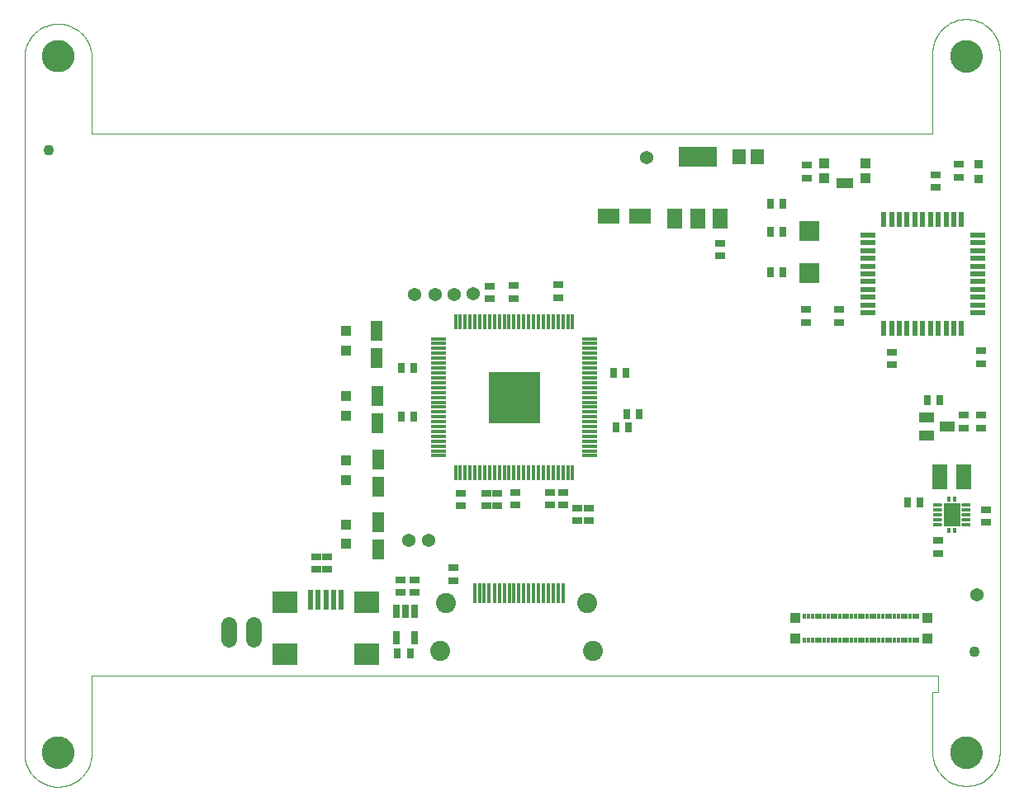
<source format=gts>
G75*
G70*
%OFA0B0*%
%FSLAX24Y24*%
%IPPOS*%
%LPD*%
%AMOC8*
5,1,8,0,0,1.08239X$1,22.5*
%
%ADD10C,0.0000*%
%ADD11C,0.1300*%
%ADD12R,0.0118X0.0236*%
%ADD13R,0.0669X0.0965*%
%ADD14R,0.0299X0.0138*%
%ADD15C,0.0138*%
%ADD16R,0.0591X0.0985*%
%ADD17R,0.0316X0.0394*%
%ADD18R,0.0394X0.0316*%
%ADD19R,0.0591X0.0434*%
%ADD20R,0.0620X0.0150*%
%ADD21R,0.0150X0.0620*%
%ADD22R,0.2090X0.2090*%
%ADD23R,0.0434X0.0434*%
%ADD24R,0.0512X0.0827*%
%ADD25R,0.0131X0.0237*%
%ADD26R,0.0394X0.0402*%
%ADD27R,0.0631X0.0827*%
%ADD28R,0.1536X0.0827*%
%ADD29R,0.0552X0.0631*%
%ADD30R,0.0158X0.0788*%
%ADD31C,0.0808*%
%ADD32C,0.0434*%
%ADD33R,0.0240X0.0620*%
%ADD34R,0.0620X0.0240*%
%ADD35R,0.0840X0.0840*%
%ADD36R,0.0355X0.0355*%
%ADD37C,0.0540*%
%ADD38R,0.1024X0.0906*%
%ADD39R,0.0237X0.0827*%
%ADD40R,0.0709X0.0434*%
%ADD41C,0.0640*%
%ADD42R,0.0906X0.0591*%
%ADD43R,0.0260X0.0560*%
D10*
X000504Y001489D02*
X000504Y029619D01*
X001232Y029639D02*
X001234Y029689D01*
X001240Y029739D01*
X001250Y029788D01*
X001264Y029836D01*
X001281Y029883D01*
X001302Y029928D01*
X001327Y029972D01*
X001355Y030013D01*
X001387Y030052D01*
X001421Y030089D01*
X001458Y030123D01*
X001498Y030153D01*
X001540Y030180D01*
X001584Y030204D01*
X001630Y030225D01*
X001677Y030241D01*
X001725Y030254D01*
X001775Y030263D01*
X001824Y030268D01*
X001875Y030269D01*
X001925Y030266D01*
X001974Y030259D01*
X002023Y030248D01*
X002071Y030233D01*
X002117Y030215D01*
X002162Y030193D01*
X002205Y030167D01*
X002246Y030138D01*
X002285Y030106D01*
X002321Y030071D01*
X002353Y030033D01*
X002383Y029993D01*
X002410Y029950D01*
X002433Y029906D01*
X002452Y029860D01*
X002468Y029812D01*
X002480Y029763D01*
X002488Y029714D01*
X002492Y029664D01*
X002492Y029614D01*
X002488Y029564D01*
X002480Y029515D01*
X002468Y029466D01*
X002452Y029418D01*
X002433Y029372D01*
X002410Y029328D01*
X002383Y029285D01*
X002353Y029245D01*
X002321Y029207D01*
X002285Y029172D01*
X002246Y029140D01*
X002205Y029111D01*
X002162Y029085D01*
X002117Y029063D01*
X002071Y029045D01*
X002023Y029030D01*
X001974Y029019D01*
X001925Y029012D01*
X001875Y029009D01*
X001824Y029010D01*
X001775Y029015D01*
X001725Y029024D01*
X001677Y029037D01*
X001630Y029053D01*
X001584Y029074D01*
X001540Y029098D01*
X001498Y029125D01*
X001458Y029155D01*
X001421Y029189D01*
X001387Y029226D01*
X001355Y029265D01*
X001327Y029306D01*
X001302Y029350D01*
X001281Y029395D01*
X001264Y029442D01*
X001250Y029490D01*
X001240Y029539D01*
X001234Y029589D01*
X001232Y029639D01*
X000504Y029619D02*
X000508Y029691D01*
X000517Y029763D01*
X000529Y029835D01*
X000545Y029905D01*
X000565Y029975D01*
X000588Y030043D01*
X000615Y030110D01*
X000646Y030176D01*
X000680Y030240D01*
X000717Y030302D01*
X000757Y030362D01*
X000801Y030419D01*
X000848Y030475D01*
X000897Y030527D01*
X000950Y030577D01*
X001005Y030624D01*
X001062Y030669D01*
X001122Y030710D01*
X001183Y030747D01*
X001247Y030782D01*
X001312Y030813D01*
X001379Y030840D01*
X001448Y030864D01*
X001517Y030884D01*
X001587Y030901D01*
X001659Y030914D01*
X001731Y030923D01*
X001803Y030928D01*
X001875Y030929D01*
X001947Y030926D01*
X002019Y030920D01*
X002091Y030910D01*
X002162Y030895D01*
X002232Y030878D01*
X002301Y030856D01*
X002369Y030831D01*
X002435Y030802D01*
X002500Y030770D01*
X002563Y030734D01*
X002624Y030695D01*
X002683Y030653D01*
X002739Y030608D01*
X002793Y030560D01*
X002845Y030509D01*
X002893Y030455D01*
X002939Y030399D01*
X002982Y030340D01*
X003021Y030280D01*
X003057Y030217D01*
X003090Y030153D01*
X003119Y030086D01*
X003145Y030019D01*
X003167Y029950D01*
X003185Y029880D01*
X003200Y029809D01*
X003211Y029737D01*
X003218Y029665D01*
X003221Y029593D01*
X003220Y029521D01*
X003220Y026489D01*
X037157Y026489D01*
X037157Y029757D01*
X037158Y029757D02*
X037160Y029829D01*
X037166Y029901D01*
X037175Y029973D01*
X037189Y030044D01*
X037206Y030114D01*
X037227Y030184D01*
X037251Y030252D01*
X037279Y030318D01*
X037311Y030383D01*
X037346Y030446D01*
X037384Y030508D01*
X037426Y030567D01*
X037471Y030624D01*
X037518Y030678D01*
X037569Y030730D01*
X037622Y030779D01*
X037677Y030825D01*
X037735Y030868D01*
X037796Y030908D01*
X037858Y030945D01*
X037922Y030978D01*
X037988Y031008D01*
X038055Y031034D01*
X038124Y031057D01*
X038194Y031076D01*
X038264Y031091D01*
X038336Y031103D01*
X038408Y031111D01*
X038480Y031115D01*
X038552Y031115D01*
X038624Y031111D01*
X038696Y031103D01*
X038768Y031091D01*
X038838Y031076D01*
X038908Y031057D01*
X038977Y031034D01*
X039044Y031008D01*
X039110Y030978D01*
X039174Y030945D01*
X039236Y030908D01*
X039297Y030868D01*
X039355Y030825D01*
X039410Y030779D01*
X039463Y030730D01*
X039514Y030678D01*
X039561Y030624D01*
X039606Y030567D01*
X039648Y030508D01*
X039686Y030446D01*
X039721Y030383D01*
X039753Y030318D01*
X039781Y030252D01*
X039805Y030184D01*
X039826Y030114D01*
X039843Y030044D01*
X039857Y029973D01*
X039866Y029901D01*
X039872Y029829D01*
X039874Y029757D01*
X039874Y001489D01*
X039872Y001417D01*
X039866Y001345D01*
X039857Y001273D01*
X039843Y001202D01*
X039826Y001132D01*
X039805Y001062D01*
X039781Y000994D01*
X039753Y000928D01*
X039721Y000863D01*
X039686Y000800D01*
X039648Y000738D01*
X039606Y000679D01*
X039561Y000622D01*
X039514Y000568D01*
X039463Y000516D01*
X039410Y000467D01*
X039355Y000421D01*
X039297Y000378D01*
X039236Y000338D01*
X039174Y000301D01*
X039110Y000268D01*
X039044Y000238D01*
X038977Y000212D01*
X038908Y000189D01*
X038838Y000170D01*
X038768Y000155D01*
X038696Y000143D01*
X038624Y000135D01*
X038552Y000131D01*
X038480Y000131D01*
X038408Y000135D01*
X038336Y000143D01*
X038264Y000155D01*
X038194Y000170D01*
X038124Y000189D01*
X038055Y000212D01*
X037988Y000238D01*
X037922Y000268D01*
X037858Y000301D01*
X037796Y000338D01*
X037735Y000378D01*
X037677Y000421D01*
X037622Y000467D01*
X037569Y000516D01*
X037518Y000568D01*
X037471Y000622D01*
X037426Y000679D01*
X037384Y000738D01*
X037346Y000800D01*
X037311Y000863D01*
X037279Y000928D01*
X037251Y000994D01*
X037227Y001062D01*
X037206Y001132D01*
X037189Y001202D01*
X037175Y001273D01*
X037166Y001345D01*
X037160Y001417D01*
X037158Y001489D01*
X037157Y001489D02*
X037157Y003911D01*
X037394Y003911D01*
X037394Y004600D01*
X003220Y004600D01*
X003220Y001430D01*
X003221Y001430D02*
X003217Y001358D01*
X003210Y001286D01*
X003199Y001215D01*
X003184Y001144D01*
X003165Y001074D01*
X003143Y001005D01*
X003117Y000938D01*
X003087Y000872D01*
X003054Y000807D01*
X003018Y000745D01*
X002978Y000684D01*
X002935Y000626D01*
X002889Y000570D01*
X002840Y000517D01*
X002789Y000466D01*
X002734Y000418D01*
X002678Y000373D01*
X002619Y000331D01*
X002558Y000293D01*
X002495Y000257D01*
X002430Y000225D01*
X002363Y000197D01*
X002295Y000172D01*
X002226Y000151D01*
X002156Y000133D01*
X002085Y000119D01*
X002013Y000109D01*
X001941Y000103D01*
X001869Y000101D01*
X001796Y000103D01*
X001724Y000108D01*
X001652Y000117D01*
X001581Y000130D01*
X001511Y000147D01*
X001441Y000168D01*
X001373Y000192D01*
X001307Y000220D01*
X001241Y000251D01*
X001178Y000286D01*
X001116Y000324D01*
X001057Y000365D01*
X001000Y000410D01*
X000945Y000457D01*
X000893Y000507D01*
X000844Y000560D01*
X000797Y000616D01*
X000754Y000673D01*
X000713Y000734D01*
X000676Y000796D01*
X000643Y000860D01*
X000613Y000925D01*
X000586Y000993D01*
X000563Y001061D01*
X000543Y001131D01*
X000528Y001202D01*
X000516Y001273D01*
X000508Y001345D01*
X000504Y001417D01*
X000503Y001490D01*
X001232Y001489D02*
X001234Y001539D01*
X001240Y001589D01*
X001250Y001638D01*
X001264Y001686D01*
X001281Y001733D01*
X001302Y001778D01*
X001327Y001822D01*
X001355Y001863D01*
X001387Y001902D01*
X001421Y001939D01*
X001458Y001973D01*
X001498Y002003D01*
X001540Y002030D01*
X001584Y002054D01*
X001630Y002075D01*
X001677Y002091D01*
X001725Y002104D01*
X001775Y002113D01*
X001824Y002118D01*
X001875Y002119D01*
X001925Y002116D01*
X001974Y002109D01*
X002023Y002098D01*
X002071Y002083D01*
X002117Y002065D01*
X002162Y002043D01*
X002205Y002017D01*
X002246Y001988D01*
X002285Y001956D01*
X002321Y001921D01*
X002353Y001883D01*
X002383Y001843D01*
X002410Y001800D01*
X002433Y001756D01*
X002452Y001710D01*
X002468Y001662D01*
X002480Y001613D01*
X002488Y001564D01*
X002492Y001514D01*
X002492Y001464D01*
X002488Y001414D01*
X002480Y001365D01*
X002468Y001316D01*
X002452Y001268D01*
X002433Y001222D01*
X002410Y001178D01*
X002383Y001135D01*
X002353Y001095D01*
X002321Y001057D01*
X002285Y001022D01*
X002246Y000990D01*
X002205Y000961D01*
X002162Y000935D01*
X002117Y000913D01*
X002071Y000895D01*
X002023Y000880D01*
X001974Y000869D01*
X001925Y000862D01*
X001875Y000859D01*
X001824Y000860D01*
X001775Y000865D01*
X001725Y000874D01*
X001677Y000887D01*
X001630Y000903D01*
X001584Y000924D01*
X001540Y000948D01*
X001498Y000975D01*
X001458Y001005D01*
X001421Y001039D01*
X001387Y001076D01*
X001355Y001115D01*
X001327Y001156D01*
X001302Y001200D01*
X001281Y001245D01*
X001264Y001292D01*
X001250Y001340D01*
X001240Y001389D01*
X001234Y001439D01*
X001232Y001489D01*
X037886Y001489D02*
X037888Y001539D01*
X037894Y001589D01*
X037904Y001638D01*
X037918Y001686D01*
X037935Y001733D01*
X037956Y001778D01*
X037981Y001822D01*
X038009Y001863D01*
X038041Y001902D01*
X038075Y001939D01*
X038112Y001973D01*
X038152Y002003D01*
X038194Y002030D01*
X038238Y002054D01*
X038284Y002075D01*
X038331Y002091D01*
X038379Y002104D01*
X038429Y002113D01*
X038478Y002118D01*
X038529Y002119D01*
X038579Y002116D01*
X038628Y002109D01*
X038677Y002098D01*
X038725Y002083D01*
X038771Y002065D01*
X038816Y002043D01*
X038859Y002017D01*
X038900Y001988D01*
X038939Y001956D01*
X038975Y001921D01*
X039007Y001883D01*
X039037Y001843D01*
X039064Y001800D01*
X039087Y001756D01*
X039106Y001710D01*
X039122Y001662D01*
X039134Y001613D01*
X039142Y001564D01*
X039146Y001514D01*
X039146Y001464D01*
X039142Y001414D01*
X039134Y001365D01*
X039122Y001316D01*
X039106Y001268D01*
X039087Y001222D01*
X039064Y001178D01*
X039037Y001135D01*
X039007Y001095D01*
X038975Y001057D01*
X038939Y001022D01*
X038900Y000990D01*
X038859Y000961D01*
X038816Y000935D01*
X038771Y000913D01*
X038725Y000895D01*
X038677Y000880D01*
X038628Y000869D01*
X038579Y000862D01*
X038529Y000859D01*
X038478Y000860D01*
X038429Y000865D01*
X038379Y000874D01*
X038331Y000887D01*
X038284Y000903D01*
X038238Y000924D01*
X038194Y000948D01*
X038152Y000975D01*
X038112Y001005D01*
X038075Y001039D01*
X038041Y001076D01*
X038009Y001115D01*
X037981Y001156D01*
X037956Y001200D01*
X037935Y001245D01*
X037918Y001292D01*
X037904Y001340D01*
X037894Y001389D01*
X037888Y001439D01*
X037886Y001489D01*
X037886Y029619D02*
X037888Y029669D01*
X037894Y029719D01*
X037904Y029768D01*
X037918Y029816D01*
X037935Y029863D01*
X037956Y029908D01*
X037981Y029952D01*
X038009Y029993D01*
X038041Y030032D01*
X038075Y030069D01*
X038112Y030103D01*
X038152Y030133D01*
X038194Y030160D01*
X038238Y030184D01*
X038284Y030205D01*
X038331Y030221D01*
X038379Y030234D01*
X038429Y030243D01*
X038478Y030248D01*
X038529Y030249D01*
X038579Y030246D01*
X038628Y030239D01*
X038677Y030228D01*
X038725Y030213D01*
X038771Y030195D01*
X038816Y030173D01*
X038859Y030147D01*
X038900Y030118D01*
X038939Y030086D01*
X038975Y030051D01*
X039007Y030013D01*
X039037Y029973D01*
X039064Y029930D01*
X039087Y029886D01*
X039106Y029840D01*
X039122Y029792D01*
X039134Y029743D01*
X039142Y029694D01*
X039146Y029644D01*
X039146Y029594D01*
X039142Y029544D01*
X039134Y029495D01*
X039122Y029446D01*
X039106Y029398D01*
X039087Y029352D01*
X039064Y029308D01*
X039037Y029265D01*
X039007Y029225D01*
X038975Y029187D01*
X038939Y029152D01*
X038900Y029120D01*
X038859Y029091D01*
X038816Y029065D01*
X038771Y029043D01*
X038725Y029025D01*
X038677Y029010D01*
X038628Y028999D01*
X038579Y028992D01*
X038529Y028989D01*
X038478Y028990D01*
X038429Y028995D01*
X038379Y029004D01*
X038331Y029017D01*
X038284Y029033D01*
X038238Y029054D01*
X038194Y029078D01*
X038152Y029105D01*
X038112Y029135D01*
X038075Y029169D01*
X038041Y029206D01*
X038009Y029245D01*
X037981Y029286D01*
X037956Y029330D01*
X037935Y029375D01*
X037918Y029422D01*
X037904Y029470D01*
X037894Y029519D01*
X037888Y029569D01*
X037886Y029619D01*
D11*
X038516Y029619D03*
X001862Y029639D03*
X001862Y001489D03*
X038516Y001489D03*
D12*
X038044Y010459D03*
X037827Y010459D03*
X037827Y011738D03*
X038044Y011738D03*
D13*
X037936Y011098D03*
D14*
X038544Y011098D03*
X038544Y010902D03*
X038544Y010705D03*
X038544Y011295D03*
X038544Y011492D03*
X037327Y011492D03*
X037327Y011295D03*
X037327Y011098D03*
X037327Y010902D03*
X037327Y010705D03*
D15*
X037477Y010705D03*
X037477Y010902D03*
X037477Y011098D03*
X037477Y011295D03*
X037477Y011492D03*
X038394Y011492D03*
X038394Y011295D03*
X038394Y011098D03*
X038394Y010902D03*
X038394Y010705D03*
D16*
X038408Y012614D03*
X037463Y012614D03*
D17*
X036668Y011597D03*
X036156Y011597D03*
X036941Y015722D03*
X037453Y015722D03*
X031114Y020879D03*
X030602Y020879D03*
X030602Y022533D03*
X031114Y022533D03*
X031114Y023674D03*
X030602Y023674D03*
X024795Y016824D03*
X024283Y016824D03*
X024815Y015170D03*
X025327Y015170D03*
X024894Y014619D03*
X024382Y014619D03*
X016232Y015052D03*
X015720Y015052D03*
X015720Y017021D03*
X016232Y017021D03*
X016075Y005485D03*
X015563Y005485D03*
D18*
X015681Y007946D03*
X016252Y007946D03*
X016252Y008458D03*
X015681Y008458D03*
X017827Y008438D03*
X017827Y008950D03*
X018122Y011450D03*
X018122Y011962D03*
X019146Y011962D03*
X019598Y011962D03*
X019598Y011450D03*
X019146Y011450D03*
X020327Y011489D03*
X020327Y012001D03*
X021724Y012001D03*
X021724Y011489D03*
X022236Y011489D03*
X022807Y011371D03*
X023299Y011371D03*
X023299Y010859D03*
X022807Y010859D03*
X022236Y012001D03*
X012709Y009403D03*
X012276Y009403D03*
X012276Y008891D03*
X012709Y008891D03*
X019283Y019816D03*
X019283Y020328D03*
X020268Y020348D03*
X020268Y019836D03*
X022039Y019875D03*
X022039Y020387D03*
X028575Y021548D03*
X028575Y022060D03*
X032039Y019383D03*
X032039Y018871D03*
X033378Y018871D03*
X033378Y019383D03*
X035504Y017670D03*
X035504Y017159D03*
X038417Y015111D03*
X038417Y014600D03*
X039126Y014600D03*
X039126Y015111D03*
X039126Y017198D03*
X039126Y017710D03*
X039333Y011295D03*
X039333Y010783D03*
X037371Y010043D03*
X037371Y009531D03*
X037276Y024324D03*
X037276Y024836D03*
X038220Y024737D03*
X038220Y025249D03*
X032098Y025210D03*
X032098Y024698D03*
D19*
X036902Y015033D03*
X036902Y014285D03*
X037768Y014659D03*
D20*
X023308Y014660D03*
X023308Y014860D03*
X023308Y015050D03*
X023308Y015250D03*
X023308Y015450D03*
X023308Y015640D03*
X023308Y015840D03*
X023308Y016040D03*
X023308Y016230D03*
X023308Y016430D03*
X023308Y016630D03*
X023308Y016820D03*
X023308Y017020D03*
X023308Y017220D03*
X023308Y017410D03*
X023308Y017610D03*
X023308Y017810D03*
X023308Y018010D03*
X023308Y018200D03*
X023308Y014460D03*
X023308Y014270D03*
X023308Y014070D03*
X023308Y013870D03*
X023308Y013670D03*
X023308Y013480D03*
X017228Y013480D03*
X017228Y013670D03*
X017228Y013870D03*
X017228Y014070D03*
X017228Y014270D03*
X017228Y014460D03*
X017228Y014660D03*
X017228Y014860D03*
X017228Y015050D03*
X017228Y015250D03*
X017228Y015450D03*
X017228Y015640D03*
X017228Y015840D03*
X017228Y016040D03*
X017228Y016230D03*
X017228Y016430D03*
X017228Y016630D03*
X017228Y016820D03*
X017228Y017020D03*
X017228Y017220D03*
X017228Y017410D03*
X017228Y017610D03*
X017228Y017810D03*
X017228Y018010D03*
X017228Y018200D03*
D21*
X017908Y018880D03*
X018098Y018880D03*
X018298Y018880D03*
X018498Y018880D03*
X018698Y018880D03*
X018888Y018880D03*
X019088Y018880D03*
X019288Y018880D03*
X019478Y018880D03*
X019678Y018880D03*
X019878Y018880D03*
X020068Y018880D03*
X020268Y018880D03*
X020468Y018880D03*
X020658Y018880D03*
X020858Y018880D03*
X021058Y018880D03*
X021248Y018880D03*
X021448Y018880D03*
X021648Y018880D03*
X021838Y018880D03*
X022038Y018880D03*
X022238Y018880D03*
X022438Y018880D03*
X022628Y018880D03*
X022628Y012800D03*
X022438Y012800D03*
X022238Y012800D03*
X022038Y012800D03*
X021838Y012800D03*
X021648Y012800D03*
X021448Y012800D03*
X021248Y012800D03*
X021058Y012800D03*
X020858Y012800D03*
X020658Y012800D03*
X020468Y012800D03*
X020268Y012800D03*
X020068Y012800D03*
X019878Y012800D03*
X019678Y012800D03*
X019478Y012800D03*
X019288Y012800D03*
X019088Y012800D03*
X018888Y012800D03*
X018698Y012800D03*
X018498Y012800D03*
X018298Y012800D03*
X018098Y012800D03*
X017908Y012800D03*
D22*
X020278Y015820D03*
D23*
X013496Y015879D03*
X013496Y015092D03*
X013496Y013281D03*
X013496Y012493D03*
X013496Y010702D03*
X013496Y009914D03*
X013496Y017729D03*
X013496Y018517D03*
X032787Y024678D03*
X032787Y025308D03*
X034441Y025308D03*
X034441Y024678D03*
D24*
X014717Y018537D03*
X014717Y017434D03*
X014756Y015879D03*
X014756Y014777D03*
X014776Y013340D03*
X014776Y012237D03*
X014776Y010781D03*
X014776Y009678D03*
D25*
X032000Y006981D03*
X032157Y006981D03*
X032315Y006981D03*
X032472Y006981D03*
X032630Y006981D03*
X032787Y006981D03*
X032945Y006981D03*
X033102Y006981D03*
X033260Y006981D03*
X033417Y006981D03*
X033575Y006981D03*
X033732Y006981D03*
X033890Y006981D03*
X034047Y006981D03*
X034205Y006981D03*
X034362Y006981D03*
X034520Y006981D03*
X034677Y006981D03*
X034835Y006981D03*
X034992Y006981D03*
X035150Y006981D03*
X035307Y006981D03*
X035465Y006981D03*
X035622Y006981D03*
X035780Y006981D03*
X035937Y006981D03*
X036094Y006981D03*
X036252Y006981D03*
X036409Y006981D03*
X036567Y006981D03*
X036567Y006037D03*
X036409Y006037D03*
X036252Y006037D03*
X036094Y006037D03*
X035937Y006037D03*
X035780Y006037D03*
X035622Y006037D03*
X035465Y006037D03*
X035307Y006037D03*
X035150Y006037D03*
X034992Y006037D03*
X034835Y006037D03*
X034677Y006037D03*
X034520Y006037D03*
X034362Y006037D03*
X034205Y006037D03*
X034047Y006037D03*
X033890Y006037D03*
X033732Y006037D03*
X033575Y006037D03*
X033417Y006037D03*
X033260Y006037D03*
X033102Y006037D03*
X032945Y006037D03*
X032787Y006037D03*
X032630Y006037D03*
X032472Y006037D03*
X032315Y006037D03*
X032157Y006037D03*
X032000Y006037D03*
D26*
X031606Y006076D03*
X031606Y006942D03*
X036961Y006942D03*
X036961Y006076D03*
D27*
X028575Y023064D03*
X027669Y023064D03*
X026764Y023064D03*
D28*
X027669Y025544D03*
D29*
X029343Y025544D03*
X030091Y025544D03*
D30*
X022236Y007911D03*
X022039Y007911D03*
X021843Y007911D03*
X021646Y007911D03*
X021449Y007911D03*
X021252Y007911D03*
X021055Y007911D03*
X020858Y007911D03*
X020661Y007911D03*
X020465Y007911D03*
X020268Y007911D03*
X020071Y007911D03*
X019874Y007911D03*
X019677Y007911D03*
X019480Y007911D03*
X019264Y007911D03*
X019067Y007911D03*
X018870Y007911D03*
X018673Y007911D03*
D31*
X017512Y007533D03*
X017276Y005603D03*
X023457Y005603D03*
X023220Y007533D03*
D32*
X038850Y005544D03*
X001469Y025840D03*
D33*
X035194Y023030D03*
X035504Y023030D03*
X035824Y023030D03*
X036134Y023030D03*
X036454Y023030D03*
X036764Y023030D03*
X037074Y023030D03*
X037394Y023030D03*
X037704Y023030D03*
X038024Y023030D03*
X038334Y023030D03*
X038334Y018610D03*
X038024Y018610D03*
X037704Y018610D03*
X037394Y018610D03*
X037074Y018610D03*
X036764Y018610D03*
X036454Y018610D03*
X036134Y018610D03*
X035824Y018610D03*
X035504Y018610D03*
X035194Y018610D03*
D34*
X034554Y019250D03*
X034554Y019560D03*
X034554Y019880D03*
X034554Y020190D03*
X034554Y020510D03*
X034554Y020820D03*
X034554Y021130D03*
X034554Y021450D03*
X034554Y021760D03*
X034554Y022080D03*
X034554Y022390D03*
X038974Y022390D03*
X038974Y022080D03*
X038974Y021760D03*
X038974Y021450D03*
X038974Y021130D03*
X038974Y020820D03*
X038974Y020510D03*
X038974Y020190D03*
X038974Y019880D03*
X038974Y019560D03*
X038974Y019250D03*
D35*
X032187Y020872D03*
X032187Y022572D03*
D36*
X039008Y024659D03*
X039008Y025249D03*
D37*
X025602Y025525D03*
X018614Y020033D03*
X017866Y019993D03*
X017079Y019993D03*
X016252Y019993D03*
X016035Y010052D03*
X016823Y010052D03*
X038949Y007848D03*
D38*
X014323Y007552D03*
X014323Y005466D03*
X011016Y005466D03*
X011016Y007552D03*
D39*
X012039Y007651D03*
X012354Y007651D03*
X012669Y007651D03*
X012984Y007651D03*
X013299Y007651D03*
D40*
X033614Y024481D03*
D41*
X009764Y006671D02*
X009764Y006071D01*
X008764Y006071D02*
X008764Y006671D01*
D42*
X024087Y023143D03*
X025346Y023143D03*
D43*
X016268Y007206D03*
X015898Y007206D03*
X015528Y007206D03*
X015528Y006126D03*
X016268Y006126D03*
M02*

</source>
